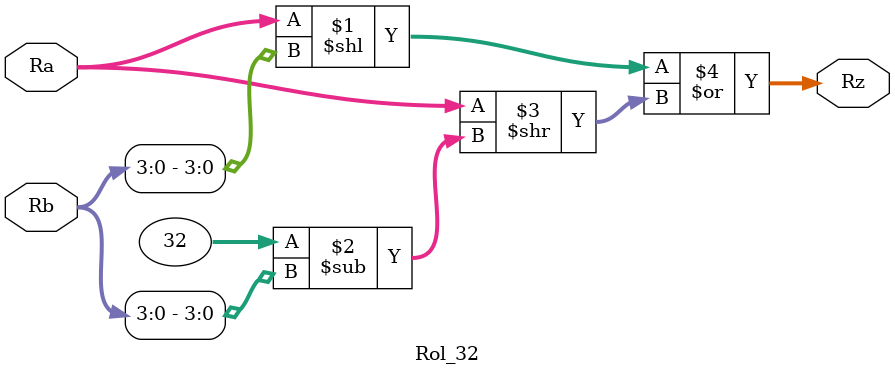
<source format=v>
`timescale 1ns / 1ps



module Rol_32(
	input wire [31:0] Ra,
	input wire [31:0] Rb,
	output wire [31:0] Rz
	);
	//shift left by up to 31 bits, and OR it with a right shift of the opposit size
   assign Rz = (Ra << Rb[3:0]) | (Ra >> 32-Rb[3:0]);
endmodule

</source>
